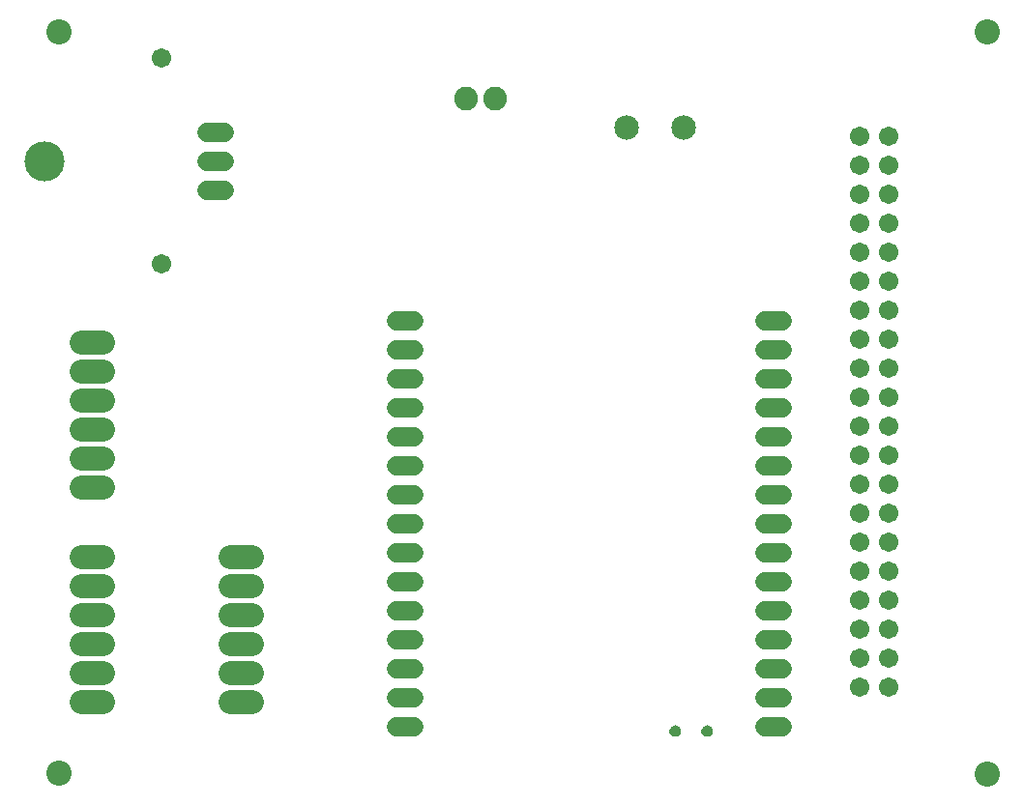
<source format=gbr>
G04 EAGLE Gerber RS-274X export*
G75*
%MOMM*%
%FSLAX34Y34*%
%LPD*%
%INSoldermask Top*%
%IPPOS*%
%AMOC8*
5,1,8,0,0,1.08239X$1,22.5*%
G01*
%ADD10C,1.703200*%
%ADD11C,2.203200*%
%ADD12C,1.727200*%
%ADD13C,3.505200*%
%ADD14C,2.082800*%
%ADD15C,2.153200*%
%ADD16C,1.711200*%
%ADD17C,2.082800*%

G36*
X563866Y50573D02*
X563866Y50573D01*
X563992Y50572D01*
X565003Y50711D01*
X565051Y50727D01*
X565141Y50746D01*
X566096Y51108D01*
X566139Y51134D01*
X566223Y51173D01*
X567073Y51737D01*
X567110Y51772D01*
X567182Y51829D01*
X567886Y52569D01*
X567914Y52611D01*
X567972Y52682D01*
X568493Y53560D01*
X568511Y53607D01*
X568552Y53689D01*
X568865Y54661D01*
X568872Y54711D01*
X568893Y54800D01*
X568982Y55818D01*
X568977Y55868D01*
X568978Y55959D01*
X568847Y56923D01*
X568831Y56971D01*
X568812Y57060D01*
X568470Y57971D01*
X568444Y58014D01*
X568405Y58098D01*
X567868Y58909D01*
X567833Y58945D01*
X567777Y59018D01*
X567073Y59690D01*
X567031Y59718D01*
X566960Y59776D01*
X566125Y60274D01*
X566077Y60292D01*
X565995Y60332D01*
X565070Y60632D01*
X565019Y60639D01*
X564930Y60661D01*
X563961Y60747D01*
X563914Y60743D01*
X563839Y60746D01*
X562863Y60644D01*
X562815Y60630D01*
X562725Y60614D01*
X561796Y60298D01*
X561752Y60274D01*
X561667Y60237D01*
X560832Y59723D01*
X560795Y59689D01*
X560720Y59635D01*
X560021Y58947D01*
X559991Y58906D01*
X559931Y58837D01*
X559402Y58010D01*
X559383Y57964D01*
X559339Y57883D01*
X559007Y56960D01*
X558999Y56910D01*
X558974Y56821D01*
X558856Y55847D01*
X558859Y55797D01*
X558855Y55711D01*
X558950Y54709D01*
X558964Y54660D01*
X558980Y54570D01*
X559296Y53614D01*
X559320Y53569D01*
X559356Y53485D01*
X559877Y52624D01*
X559910Y52586D01*
X559963Y52511D01*
X560663Y51787D01*
X560704Y51758D01*
X560773Y51697D01*
X561616Y51147D01*
X561662Y51127D01*
X561743Y51083D01*
X562687Y50735D01*
X562737Y50726D01*
X562825Y50701D01*
X563823Y50571D01*
X563866Y50573D01*
G37*
G36*
X591857Y50573D02*
X591857Y50573D01*
X591983Y50572D01*
X592994Y50711D01*
X593042Y50727D01*
X593132Y50746D01*
X594087Y51108D01*
X594130Y51134D01*
X594214Y51173D01*
X595064Y51737D01*
X595101Y51772D01*
X595173Y51829D01*
X595877Y52569D01*
X595905Y52611D01*
X595963Y52682D01*
X596484Y53560D01*
X596502Y53607D01*
X596543Y53689D01*
X596856Y54661D01*
X596863Y54711D01*
X596884Y54800D01*
X596973Y55818D01*
X596968Y55868D01*
X596969Y55959D01*
X596838Y56923D01*
X596822Y56971D01*
X596803Y57060D01*
X596461Y57971D01*
X596435Y58014D01*
X596396Y58098D01*
X595859Y58909D01*
X595824Y58945D01*
X595768Y59018D01*
X595064Y59690D01*
X595022Y59718D01*
X594951Y59776D01*
X594116Y60274D01*
X594068Y60292D01*
X593986Y60332D01*
X593061Y60632D01*
X593010Y60639D01*
X592921Y60661D01*
X591952Y60747D01*
X591905Y60743D01*
X591830Y60746D01*
X590854Y60644D01*
X590806Y60630D01*
X590716Y60614D01*
X589787Y60298D01*
X589743Y60274D01*
X589658Y60237D01*
X588823Y59723D01*
X588786Y59689D01*
X588711Y59635D01*
X588012Y58947D01*
X587982Y58906D01*
X587922Y58837D01*
X587393Y58010D01*
X587374Y57964D01*
X587330Y57883D01*
X586998Y56960D01*
X586990Y56910D01*
X586965Y56821D01*
X586847Y55847D01*
X586850Y55797D01*
X586846Y55711D01*
X586941Y54709D01*
X586955Y54660D01*
X586971Y54570D01*
X587287Y53614D01*
X587311Y53569D01*
X587347Y53485D01*
X587868Y52624D01*
X587901Y52586D01*
X587954Y52511D01*
X588654Y51787D01*
X588695Y51758D01*
X588764Y51697D01*
X589607Y51147D01*
X589653Y51127D01*
X589734Y51083D01*
X590678Y50735D01*
X590728Y50726D01*
X590816Y50701D01*
X591814Y50571D01*
X591857Y50573D01*
G37*
D10*
X114200Y644900D03*
X114200Y464900D03*
D11*
X836930Y668020D03*
X24130Y668020D03*
X24130Y19050D03*
X836930Y17780D03*
D12*
X169120Y529500D02*
X153880Y529500D01*
X153880Y554900D02*
X169120Y554900D01*
X169120Y580300D02*
X153880Y580300D01*
D13*
X11640Y554900D03*
D12*
X642780Y414600D02*
X658020Y414600D01*
X658020Y389200D02*
X642780Y389200D01*
X642780Y363800D02*
X658020Y363800D01*
X658020Y338400D02*
X642780Y338400D01*
X642780Y313000D02*
X658020Y313000D01*
X658020Y287600D02*
X642780Y287600D01*
X642780Y262200D02*
X658020Y262200D01*
X658020Y236800D02*
X642780Y236800D01*
X642780Y211400D02*
X658020Y211400D01*
X658020Y186000D02*
X642780Y186000D01*
X642780Y160600D02*
X658020Y160600D01*
X658020Y135200D02*
X642780Y135200D01*
X642780Y109800D02*
X658020Y109800D01*
X658020Y84400D02*
X642780Y84400D01*
X642780Y59000D02*
X658020Y59000D01*
X335420Y414600D02*
X320180Y414600D01*
X320180Y389200D02*
X335420Y389200D01*
X335420Y363800D02*
X320180Y363800D01*
X320180Y338400D02*
X335420Y338400D01*
X335420Y313000D02*
X320180Y313000D01*
X320180Y287600D02*
X335420Y287600D01*
X335420Y262200D02*
X320180Y262200D01*
X320180Y236800D02*
X335420Y236800D01*
X335420Y211400D02*
X320180Y211400D01*
X320180Y186000D02*
X335420Y186000D01*
X335420Y160600D02*
X320180Y160600D01*
X320180Y135200D02*
X335420Y135200D01*
X335420Y109800D02*
X320180Y109800D01*
X320180Y84400D02*
X335420Y84400D01*
X335420Y59000D02*
X320180Y59000D01*
D14*
X192798Y81700D02*
X174002Y81700D01*
X174002Y107100D02*
X192798Y107100D01*
X192798Y132500D02*
X174002Y132500D01*
X174002Y157900D02*
X192798Y157900D01*
X192798Y183300D02*
X174002Y183300D01*
X174002Y208700D02*
X192798Y208700D01*
X62798Y81700D02*
X44002Y81700D01*
X44002Y107100D02*
X62798Y107100D01*
X62798Y132500D02*
X44002Y132500D01*
X44002Y157900D02*
X62798Y157900D01*
X62798Y183300D02*
X44002Y183300D01*
X44002Y208700D02*
X62798Y208700D01*
D15*
X571500Y584200D03*
X521500Y584200D03*
D16*
X725170Y576580D03*
X750570Y576580D03*
X725170Y551180D03*
X750570Y551180D03*
X725170Y525780D03*
X750570Y525780D03*
X725170Y500380D03*
X750570Y500380D03*
X725170Y474980D03*
X750570Y474980D03*
X725170Y449580D03*
X750570Y449580D03*
X725170Y424180D03*
X750570Y424180D03*
X725170Y398780D03*
X750570Y398780D03*
X725170Y373380D03*
X750570Y373380D03*
X725170Y347980D03*
X750570Y347980D03*
X725170Y322580D03*
X750570Y322580D03*
X725170Y297180D03*
X750570Y297180D03*
X725170Y271780D03*
X750570Y271780D03*
X725170Y246380D03*
X750570Y246380D03*
X725170Y220980D03*
X750570Y220980D03*
X725170Y195580D03*
X750570Y195580D03*
X725170Y170180D03*
X750570Y170180D03*
X725170Y144780D03*
X750570Y144780D03*
X725170Y119380D03*
X750570Y119380D03*
X725170Y93980D03*
X750570Y93980D03*
D14*
X62738Y396240D02*
X43942Y396240D01*
X43942Y370840D02*
X62738Y370840D01*
X62738Y345440D02*
X43942Y345440D01*
X43942Y320040D02*
X62738Y320040D01*
X62738Y294640D02*
X43942Y294640D01*
X43942Y269240D02*
X62738Y269240D01*
D17*
X381000Y609600D03*
X406400Y609600D03*
M02*

</source>
